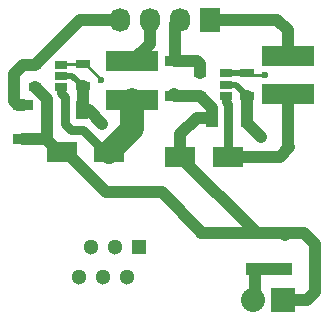
<source format=gtl>
G04 #@! TF.FileFunction,Copper,L1,Top,Signal*
%FSLAX46Y46*%
G04 Gerber Fmt 4.6, Leading zero omitted, Abs format (unit mm)*
G04 Created by KiCad (PCBNEW 4.0.2-stable) date 3/20/2016 1:28:05 PM*
%MOMM*%
G01*
G04 APERTURE LIST*
%ADD10C,0.100000*%
%ADD11C,1.300000*%
%ADD12R,1.300000X1.300000*%
%ADD13R,2.499360X1.800860*%
%ADD14R,1.060000X0.650000*%
%ADD15R,1.300000X0.700000*%
%ADD16R,1.700000X0.900000*%
%ADD17R,2.032000X2.032000*%
%ADD18O,2.032000X2.032000*%
%ADD19R,1.727200X2.032000*%
%ADD20O,1.727200X2.032000*%
%ADD21R,1.600000X1.000000*%
%ADD22R,1.000000X1.600000*%
%ADD23R,4.500000X1.750000*%
%ADD24C,0.700000*%
%ADD25C,0.600000*%
%ADD26C,1.000000*%
%ADD27C,0.500000*%
%ADD28C,0.750000*%
%ADD29C,2.000000*%
%ADD30C,0.250000*%
G04 APERTURE END LIST*
D10*
D11*
X149537000Y-83078500D03*
X147497000Y-83078500D03*
D12*
X151577000Y-83078500D03*
D11*
X146477000Y-85618500D03*
X148517000Y-85618500D03*
X150557000Y-85618500D03*
D13*
X145084020Y-75033000D03*
X149081980Y-75033000D03*
X155092020Y-75387000D03*
X159089980Y-75387000D03*
D14*
X145008000Y-69506000D03*
X145008000Y-68556000D03*
X145008000Y-67606000D03*
X142808000Y-67606000D03*
X142808000Y-69506000D03*
X158953000Y-70241000D03*
X158953000Y-69291000D03*
X158953000Y-68341000D03*
X156753000Y-68341000D03*
X156753000Y-70241000D03*
D15*
X146829000Y-67545000D03*
X146829000Y-69445000D03*
X160774000Y-68341000D03*
X160774000Y-70241000D03*
D16*
X141749000Y-71043000D03*
X141749000Y-73943000D03*
X154678000Y-67333000D03*
X154678000Y-70233000D03*
D17*
X163795000Y-87568000D03*
D18*
X161255000Y-87568000D03*
D19*
X157580000Y-63800000D03*
D20*
X155040000Y-63800000D03*
X152500000Y-63800000D03*
X149960000Y-63800000D03*
D21*
X161382000Y-81877000D03*
X161382000Y-84877000D03*
X163795000Y-81877000D03*
X163795000Y-84877000D03*
D22*
X143805000Y-71477000D03*
X146805000Y-71477000D03*
X157750000Y-72085000D03*
X160750000Y-72085000D03*
D23*
X151020000Y-67338000D03*
X151020000Y-70588000D03*
X164200000Y-66875000D03*
X164200000Y-70125000D03*
D24*
X161917000Y-73736000D03*
X148480000Y-72620000D03*
D25*
X148400000Y-68900000D03*
X162300000Y-68500000D03*
D26*
X161382000Y-84877000D02*
X161382000Y-87441000D01*
X161382000Y-87441000D02*
X161255000Y-87568000D01*
X163795000Y-84877000D02*
X161382000Y-84877000D01*
X160750000Y-72569000D02*
X161917000Y-73736000D01*
X160750000Y-72085000D02*
X160750000Y-72569000D01*
D27*
X158953000Y-69291000D02*
X159824000Y-69291000D01*
X159824000Y-69291000D02*
X160774000Y-70241000D01*
D26*
X160774000Y-70241000D02*
X160774000Y-72061000D01*
X160774000Y-72061000D02*
X160750000Y-72085000D01*
X147337000Y-71477000D02*
X148480000Y-72620000D01*
X146805000Y-71477000D02*
X147337000Y-71477000D01*
X146829000Y-69445000D02*
X146829000Y-71453000D01*
X146829000Y-71453000D02*
X146805000Y-71477000D01*
D27*
X145008000Y-68556000D02*
X145940000Y-68556000D01*
X145940000Y-68556000D02*
X146829000Y-69445000D01*
D26*
X161382000Y-81877000D02*
X161382000Y-81676980D01*
X161382000Y-81676980D02*
X155092020Y-75387000D01*
X153500000Y-78400000D02*
X148800270Y-78400000D01*
X148800270Y-78400000D02*
X145433270Y-75033000D01*
X145433270Y-75033000D02*
X145084020Y-75033000D01*
X156877000Y-81777000D02*
X153500000Y-78400000D01*
X156877000Y-81877000D02*
X156877000Y-81777000D01*
X161382000Y-81877000D02*
X156877000Y-81877000D01*
X166500000Y-82782000D02*
X166500000Y-86879000D01*
X166500000Y-86879000D02*
X165811000Y-87568000D01*
X165811000Y-87568000D02*
X163795000Y-87568000D01*
X163795000Y-81877000D02*
X165595000Y-81877000D01*
X165595000Y-81877000D02*
X166500000Y-82782000D01*
X163951000Y-82033000D02*
X163795000Y-81877000D01*
X161382000Y-81877000D02*
X161082000Y-81877000D01*
X161082000Y-81877000D02*
X161058000Y-81853000D01*
X154522000Y-70077000D02*
X154678000Y-70233000D01*
X163795000Y-87568000D02*
X163922000Y-87568000D01*
X164095000Y-81877000D02*
X163795000Y-81877000D01*
X161382000Y-81877000D02*
X163795000Y-81877000D01*
X156753000Y-70241000D02*
X154686000Y-70241000D01*
X154686000Y-70241000D02*
X154678000Y-70233000D01*
X157750000Y-72085000D02*
X157750000Y-71238000D01*
X157750000Y-71238000D02*
X156753000Y-70241000D01*
X156493590Y-72085000D02*
X157750000Y-72085000D01*
X155092020Y-75387000D02*
X155092020Y-73486570D01*
X155092020Y-73486570D02*
X156493590Y-72085000D01*
X141749000Y-73943000D02*
X143740020Y-73943000D01*
X143740020Y-73943000D02*
X144449020Y-74652000D01*
X143805000Y-71477000D02*
X143805000Y-74007980D01*
X143805000Y-74007980D02*
X144449020Y-74652000D01*
X142808000Y-69506000D02*
X143805000Y-70503000D01*
X143805000Y-70503000D02*
X143805000Y-71477000D01*
X164300000Y-74599000D02*
X164200000Y-74499000D01*
X164200000Y-74499000D02*
X164200000Y-70125000D01*
X163512000Y-75387000D02*
X164300000Y-74599000D01*
X159089980Y-75387000D02*
X163512000Y-75387000D01*
D28*
X159089980Y-70908980D02*
X159089980Y-75387000D01*
X158953000Y-70772000D02*
X159089980Y-70908980D01*
X158953000Y-70241000D02*
X158953000Y-70772000D01*
X146827730Y-73128000D02*
X148732730Y-75033000D01*
X148732730Y-75033000D02*
X149081980Y-75033000D01*
X145813000Y-73128000D02*
X146827730Y-73128000D01*
X145305000Y-72620000D02*
X145813000Y-73128000D01*
X145305000Y-70334000D02*
X145305000Y-72620000D01*
X145008000Y-70037000D02*
X145305000Y-70334000D01*
X145008000Y-69506000D02*
X145008000Y-70037000D01*
D29*
X149081980Y-75033000D02*
X151020000Y-73094980D01*
X151020000Y-73094980D02*
X151020000Y-70588000D01*
D26*
X164200000Y-64700000D02*
X163300000Y-63800000D01*
X163300000Y-63800000D02*
X157580000Y-63800000D01*
X164200000Y-66875000D02*
X164200000Y-64700000D01*
X154678000Y-67333000D02*
X154678000Y-64162000D01*
X154678000Y-64162000D02*
X155040000Y-63800000D01*
X156753000Y-68341000D02*
X156753000Y-67558000D01*
X156753000Y-67558000D02*
X156528000Y-67333000D01*
X156528000Y-67333000D02*
X154678000Y-67333000D01*
X151020000Y-67338000D02*
X152500000Y-65858000D01*
X152500000Y-65858000D02*
X152500000Y-63800000D01*
X142808000Y-67606000D02*
X146614000Y-63800000D01*
X146614000Y-63800000D02*
X149960000Y-63800000D01*
X141749000Y-71043000D02*
X141349000Y-71043000D01*
X141349000Y-71043000D02*
X140987000Y-70681000D01*
X140987000Y-70681000D02*
X140987000Y-68429000D01*
X140987000Y-68429000D02*
X141810000Y-67606000D01*
X141810000Y-67606000D02*
X142808000Y-67606000D01*
D30*
X146900000Y-67400000D02*
X146900000Y-67474000D01*
X146900000Y-67474000D02*
X146829000Y-67545000D01*
X148400000Y-68900000D02*
X146900000Y-67400000D01*
X147129000Y-67545000D02*
X146829000Y-67545000D01*
X146829000Y-67545000D02*
X145069000Y-67545000D01*
X145069000Y-67545000D02*
X145008000Y-67606000D01*
X162300000Y-68500000D02*
X160933000Y-68500000D01*
X160933000Y-68500000D02*
X160774000Y-68341000D01*
D27*
X160774000Y-68341000D02*
X158953000Y-68341000D01*
M02*

</source>
